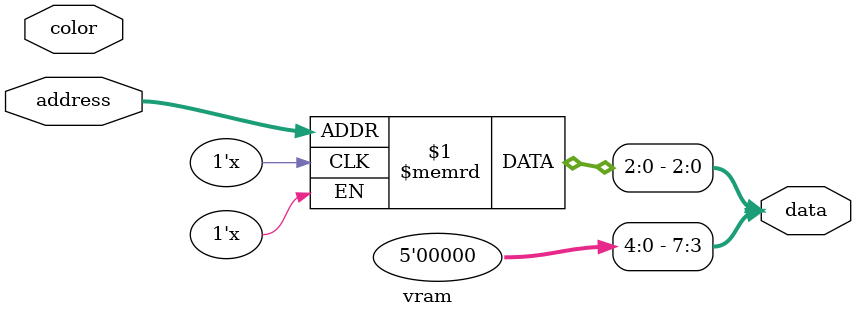
<source format=v>
`timescale 1ns / 1ps

module vram(
	input [7:0] color,
	input [17:0] address,
	output [7:0] data
);
	 
	assign data = ram[address];

	// 58 KB VRam
	reg [2:0] ram [0:153599];
	
endmodule


</source>
